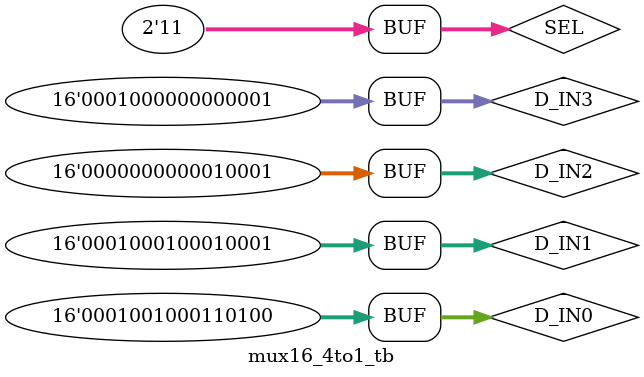
<source format=v>

module mux16_4to1(SEL, D_IN0, D_IN1, D_IN2, D_IN3, D_OUT);
   input [1:0]   SEL;
   input [15:0]  D_IN0;
   input [15:0]  D_IN1;
   input [15:0]  D_IN2;
   input [15:0]  D_IN3;
   output [15:0] D_OUT;

   //********* The first design method ****************
   reg [15:0] D_OUT;

   always @(SEL,D_IN0,D_IN1,D_IN2,D_IN3) begin
      case (SEL)
         2'b00: D_OUT <= D_IN0;
         2'b01: D_OUT <= D_IN1; 
         2'b10: D_OUT <= D_IN2;
         2'b11: D_OUT <= D_IN3;
         default: D_OUT <= 0; 
      endcase
   end   

   //********** the second design method ***************
   // wire [15:0] D_OUT0,D_OUT1;
   // mux16_2to1 U_4to1_sel01(.SEL(SEL[0]), .D_IN0(D_IN0) , .D_IN1(D_IN1) , .D_OUT(D_OUT0));
   // mux16_2to1 U_4to1_sel23(.SEL(SEL[0]), .D_IN0(D_IN2) , .D_IN1(D_IN3) , .D_OUT(D_OUT1));
   // mux16_2to1 U_4to1_sel  (.SEL(SEL[1]), .D_IN0(D_OUT0), .D_IN1(D_OUT1), .D_OUT(D_OUT));   

   //********** the third design method ****************
   // assign D_OUT = SEL[0] ? (SEL[1] ? D_IN3 : D_IN1) :  (SEL[1] ? D_IN2 : D_IN0) ;

endmodule

module  mux16_4to1_tb;
   reg [15:0]  D_IN0,D_IN1,D_IN2,D_IN3;   // input
   reg [ 1:0]  SEL;
   wire[15:0]  D_OUT;  // output
   
   //instantiation
   mux16_4to1 U_mux16_4to1(.SEL(SEL),
                           .D_IN0(D_IN0),
                           .D_IN1(D_IN1),
                           .D_IN2(D_IN2),
                           .D_IN3(D_IN3),
                           .D_OUT(D_OUT)); 
   initial begin
      $monitor("SEL = %h , D_IN0 = %h ,D_IN1 = %h ,D_IN2 = %h ,D_IN3 = %h ,D_OUT = %h",SEL,D_IN0,D_IN1,D_IN2,D_IN3,D_OUT);
      D_IN0 = 16'h1234;
      D_IN1 = 16'h1111;
      D_IN2 = 16'h0011;
      D_IN3 = 16'h1001;

      #10 SEL = 2'b00;
      #10 SEL = 2'b01;
      #10 SEL = 2'b10;
      #10 SEL = 2'b11;
   end
endmodule
</source>
